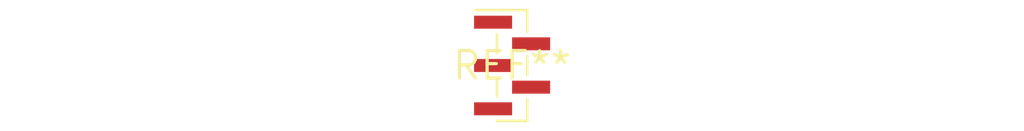
<source format=kicad_pcb>
(kicad_pcb (version 20240108) (generator pcbnew)
  (layers (0 "F.Cu" signal) (31 "B.Cu" signal) (34 "B.Paste" user) (35 "F.Paste" user) (36 "B.SilkS" user "B.Silkscreen") (37 "F.SilkS" user "F.Silkscreen") (38 "B.Mask" user) (39 "F.Mask" user) (44 "Edge.Cuts" user))
  (net 0 "")
  (footprint "PinHeader_1x05_P1.00mm_Vertical_SMD_Pin1Left" (layer "F.Cu") (at 0 0)
    (property "Reference" "REF**")
    (property "Value" "PinHeader_1x05_P1.00mm_Vertical_SMD_Pin1Left")
    (fp_line (start -0.695 -2.56) (end -1.69 -2.56) (layer "F.SilkS") (stroke (width 0.12)))
    (fp_line (start -0.695 -2.56) (end -0.695 -2.56) (layer "F.SilkS") (stroke (width 0.12)))
    (fp_line (start -0.695 -2.56) (end 0.695 -2.56) (layer "F.SilkS") (stroke (width 0.12)))
    (fp_line (start -0.695 -1.44) (end -0.695 -0.56) (layer "F.SilkS") (stroke (width 0.12)))
    (fp_line (start -0.695 0.56) (end -0.695 1.44) (layer "F.SilkS") (stroke (width 0.12)))
    (fp_line (start -0.695 2.56) (end 0.695 2.56) (layer "F.SilkS") (stroke (width 0.12)))
    (fp_line (start 0.695 -2.56) (end 0.695 -1.56) (layer "F.SilkS") (stroke (width 0.12)))
    (fp_line (start 0.695 -0.44) (end 0.695 0.44) (layer "F.SilkS") (stroke (width 0.12)))
    (fp_line (start 0.695 1.56) (end 0.695 2.56) (layer "F.SilkS") (stroke (width 0.12)))
    (fp_line (start 0.695 2.56) (end 0.695 2.56) (layer "F.SilkS") (stroke (width 0.12)))
    (pad "1" smd rect (at -0.875 -2) (size 1.75 0.6) (layers "F.Cu" "F.Paste" "F.Mask"))
    (pad "2" smd rect (at 0.875 -1) (size 1.75 0.6) (layers "F.Cu" "F.Paste" "F.Mask"))
    (pad "3" smd rect (at -0.875 0) (size 1.75 0.6) (layers "F.Cu" "F.Paste" "F.Mask"))
    (pad "4" smd rect (at 0.875 1) (size 1.75 0.6) (layers "F.Cu" "F.Paste" "F.Mask"))
    (pad "5" smd rect (at -0.875 2) (size 1.75 0.6) (layers "F.Cu" "F.Paste" "F.Mask"))
  )
)
</source>
